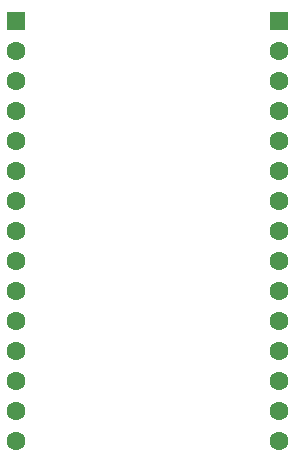
<source format=gbr>
%TF.GenerationSoftware,KiCad,Pcbnew,9.0.2*%
%TF.CreationDate,2025-10-16T21:48:54+11:00*%
%TF.ProjectId,esp32-c3-bare-bones,65737033-322d-4633-932d-626172652d62,0*%
%TF.SameCoordinates,Original*%
%TF.FileFunction,Soldermask,Bot*%
%TF.FilePolarity,Negative*%
%FSLAX46Y46*%
G04 Gerber Fmt 4.6, Leading zero omitted, Abs format (unit mm)*
G04 Created by KiCad (PCBNEW 9.0.2) date 2025-10-16 21:48:54*
%MOMM*%
%LPD*%
G01*
G04 APERTURE LIST*
G04 Aperture macros list*
%AMRoundRect*
0 Rectangle with rounded corners*
0 $1 Rounding radius*
0 $2 $3 $4 $5 $6 $7 $8 $9 X,Y pos of 4 corners*
0 Add a 4 corners polygon primitive as box body*
4,1,4,$2,$3,$4,$5,$6,$7,$8,$9,$2,$3,0*
0 Add four circle primitives for the rounded corners*
1,1,$1+$1,$2,$3*
1,1,$1+$1,$4,$5*
1,1,$1+$1,$6,$7*
1,1,$1+$1,$8,$9*
0 Add four rect primitives between the rounded corners*
20,1,$1+$1,$2,$3,$4,$5,0*
20,1,$1+$1,$4,$5,$6,$7,0*
20,1,$1+$1,$6,$7,$8,$9,0*
20,1,$1+$1,$8,$9,$2,$3,0*%
G04 Aperture macros list end*
%ADD10RoundRect,0.102000X-0.695000X0.695000X-0.695000X-0.695000X0.695000X-0.695000X0.695000X0.695000X0*%
%ADD11C,1.594000*%
G04 APERTURE END LIST*
D10*
%TO.C,J2*%
X162800000Y-87520000D03*
D11*
X162800000Y-90060000D03*
X162800000Y-92600000D03*
X162800000Y-95140000D03*
X162800000Y-97680000D03*
X162800000Y-100220000D03*
X162800000Y-102760000D03*
X162800000Y-105300000D03*
X162800000Y-107840000D03*
X162800000Y-110380000D03*
X162800000Y-112920000D03*
X162800000Y-115460000D03*
X162800000Y-118000000D03*
X162800000Y-120540000D03*
X162800000Y-123080000D03*
%TD*%
D10*
%TO.C,J1*%
X140600000Y-87520000D03*
D11*
X140600000Y-90060000D03*
X140600000Y-92600000D03*
X140600000Y-95140000D03*
X140600000Y-97680000D03*
X140600000Y-100220000D03*
X140600000Y-102760000D03*
X140600000Y-105300000D03*
X140600000Y-107840000D03*
X140600000Y-110380000D03*
X140600000Y-112920000D03*
X140600000Y-115460000D03*
X140600000Y-118000000D03*
X140600000Y-120540000D03*
X140600000Y-123080000D03*
%TD*%
M02*

</source>
